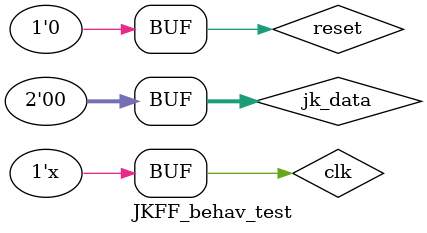
<source format=v>
`timescale 1ns / 1ps

module JKFF_behav_test();

  reg clk;
  reg reset;
  reg [1:0] jk_data; // {J, K} data

  wire q;
  wire qn;
   // Instantiate the JK flip-flop
  JKFF FF(
    .J(jk_data[0]),
    .K(jk_data[1]),
    .CLK(clk),
    .RESET(reset),
    .Q(q),
    .Qn(qn)
  ); 
   // Clock generation
  always begin
    #5 clk = ~clk; // Toggle the clock every 5 time units
  end
// Initialize signals
  initial begin
    clk = 0;
    reset = 0;
    jk_data = 2'b00; // Initial {J, K} values

    #10 jk_data = 2'b01;
    #10 jk_data = 2'b00;
    #10 jk_data = 2'b10;
    #10 jk_data = 2'b00;
    #10 jk_data = 2'b11;
    #10 jk_data = 2'b00;
    
  end
endmodule

</source>
